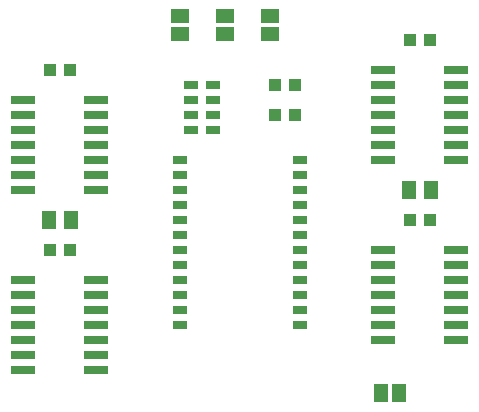
<source format=gtp>
G75*
%MOIN*%
%OFA0B0*%
%FSLAX25Y25*%
%IPPOS*%
%LPD*%
%AMOC8*
5,1,8,0,0,1.08239X$1,22.5*
%
%ADD10R,0.08000X0.02600*%
%ADD11R,0.04724X0.03150*%
%ADD12R,0.06300X0.04600*%
%ADD13R,0.04600X0.06300*%
%ADD14R,0.04331X0.03937*%
%ADD15R,0.05000X0.02500*%
%ADD16R,0.05118X0.05906*%
D10*
X0064294Y0041394D03*
X0064294Y0046394D03*
X0064294Y0051394D03*
X0064294Y0056394D03*
X0064294Y0061394D03*
X0064294Y0066394D03*
X0064294Y0071394D03*
X0088494Y0071394D03*
X0088494Y0066394D03*
X0088494Y0061394D03*
X0088494Y0056394D03*
X0088494Y0051394D03*
X0088494Y0046394D03*
X0088494Y0041394D03*
X0088494Y0101394D03*
X0088494Y0106394D03*
X0088494Y0111394D03*
X0088494Y0116394D03*
X0088494Y0121394D03*
X0088494Y0126394D03*
X0088494Y0131394D03*
X0064294Y0131394D03*
X0064294Y0126394D03*
X0064294Y0121394D03*
X0064294Y0116394D03*
X0064294Y0111394D03*
X0064294Y0106394D03*
X0064294Y0101394D03*
X0184294Y0111394D03*
X0184294Y0116394D03*
X0184294Y0121394D03*
X0184294Y0126394D03*
X0184294Y0131394D03*
X0184294Y0136394D03*
X0184294Y0141394D03*
X0208494Y0141394D03*
X0208494Y0136394D03*
X0208494Y0131394D03*
X0208494Y0126394D03*
X0208494Y0121394D03*
X0208494Y0116394D03*
X0208494Y0111394D03*
X0208494Y0081394D03*
X0208494Y0076394D03*
X0208494Y0071394D03*
X0208494Y0066394D03*
X0208494Y0061394D03*
X0208494Y0056394D03*
X0208494Y0051394D03*
X0184294Y0051394D03*
X0184294Y0056394D03*
X0184294Y0061394D03*
X0184294Y0066394D03*
X0184294Y0071394D03*
X0184294Y0076394D03*
X0184294Y0081394D03*
D11*
X0127644Y0121394D03*
X0120144Y0121394D03*
X0120144Y0126394D03*
X0120144Y0131394D03*
X0127644Y0131394D03*
X0127644Y0126394D03*
X0127644Y0136394D03*
X0120144Y0136394D03*
D12*
X0116394Y0153394D03*
X0116394Y0159394D03*
X0131394Y0159394D03*
X0131394Y0153394D03*
X0146394Y0153394D03*
X0146394Y0159394D03*
D13*
X0183394Y0033894D03*
X0189394Y0033894D03*
D14*
X0193047Y0091394D03*
X0199740Y0091394D03*
X0154740Y0126394D03*
X0148047Y0126394D03*
X0148047Y0136394D03*
X0154740Y0136394D03*
X0193047Y0151394D03*
X0199740Y0151394D03*
X0079740Y0141394D03*
X0073047Y0141394D03*
X0073047Y0081394D03*
X0079740Y0081394D03*
D15*
X0116394Y0081394D03*
X0116394Y0086394D03*
X0116394Y0091394D03*
X0116394Y0096394D03*
X0116394Y0101394D03*
X0116394Y0106394D03*
X0116394Y0111394D03*
X0156394Y0111394D03*
X0156394Y0106394D03*
X0156394Y0101394D03*
X0156394Y0096394D03*
X0156394Y0091394D03*
X0156394Y0086394D03*
X0156394Y0081394D03*
X0156394Y0076394D03*
X0156394Y0071394D03*
X0156394Y0066394D03*
X0156394Y0061394D03*
X0156394Y0056394D03*
X0116394Y0056394D03*
X0116394Y0061394D03*
X0116394Y0066394D03*
X0116394Y0071394D03*
X0116394Y0076394D03*
D16*
X0080134Y0091394D03*
X0072654Y0091394D03*
X0192654Y0101394D03*
X0200134Y0101394D03*
M02*

</source>
